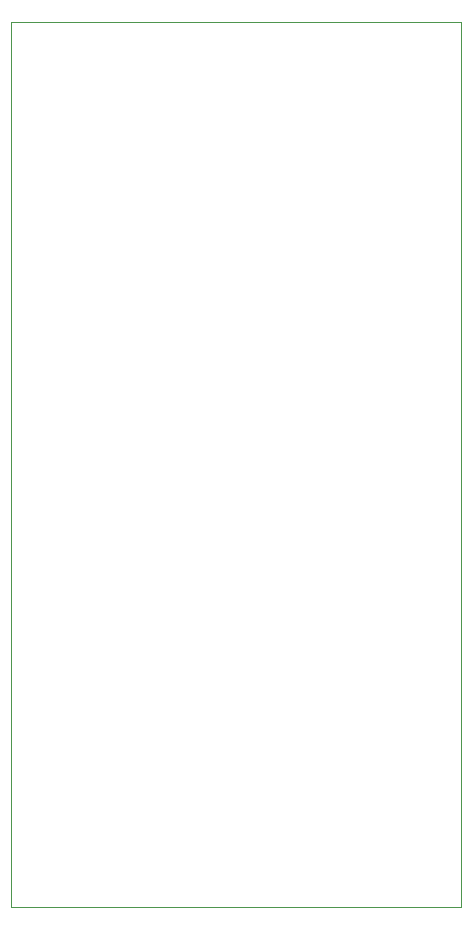
<source format=gbr>
G04*
G04 #@! TF.GenerationSoftware,Altium Limited,Altium Designer,22.4.2 (48)*
G04*
G04 Layer_Color=0*
%FSLAX44Y44*%
%MOMM*%
G71*
G04*
G04 #@! TF.SameCoordinates,FA8E5277-3887-454B-883E-EC14CB0092E5*
G04*
G04*
G04 #@! TF.FilePolarity,Positive*
G04*
G01*
G75*
%ADD46C,0.0254*%
D46*
X717550Y450850D02*
X1098550D01*
Y1200150D01*
X717550D01*
Y450850D01*
M02*

</source>
